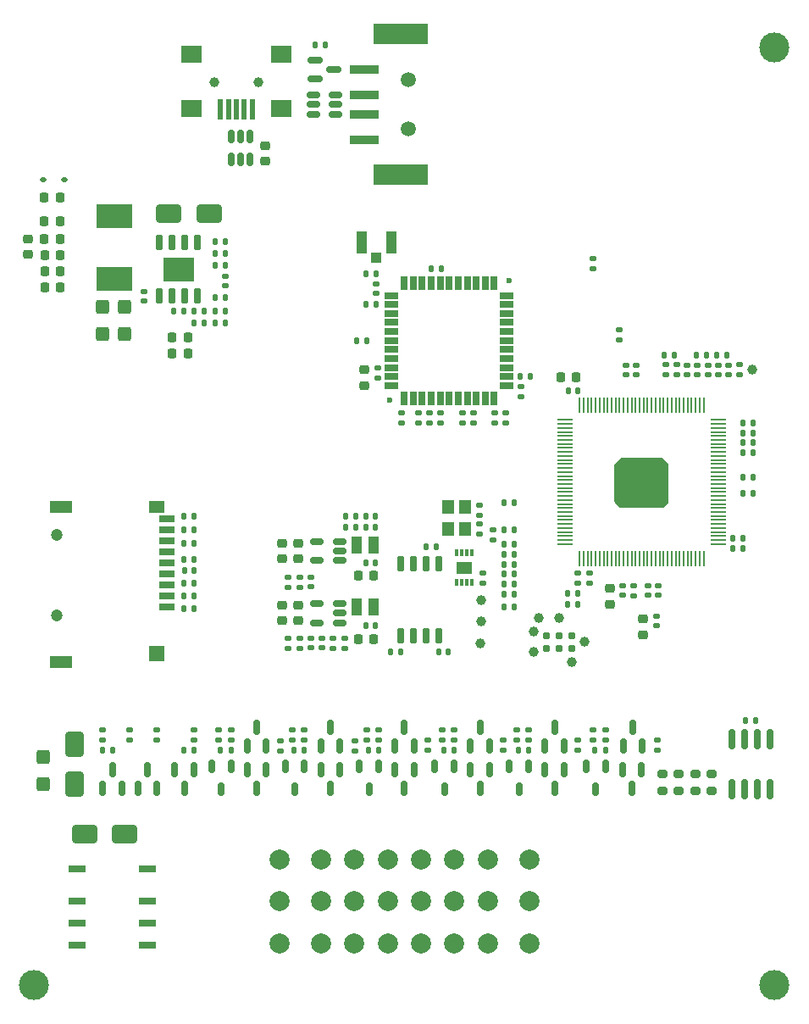
<source format=gbr>
%TF.GenerationSoftware,KiCad,Pcbnew,8.0.0*%
%TF.CreationDate,2024-03-14T10:46:30-06:00*%
%TF.ProjectId,underglow3,756e6465-7267-46c6-9f77-332e6b696361,rev?*%
%TF.SameCoordinates,Original*%
%TF.FileFunction,Soldermask,Top*%
%TF.FilePolarity,Negative*%
%FSLAX46Y46*%
G04 Gerber Fmt 4.6, Leading zero omitted, Abs format (unit mm)*
G04 Created by KiCad (PCBNEW 8.0.0) date 2024-03-14 10:46:30*
%MOMM*%
%LPD*%
G01*
G04 APERTURE LIST*
G04 Aperture macros list*
%AMRoundRect*
0 Rectangle with rounded corners*
0 $1 Rounding radius*
0 $2 $3 $4 $5 $6 $7 $8 $9 X,Y pos of 4 corners*
0 Add a 4 corners polygon primitive as box body*
4,1,4,$2,$3,$4,$5,$6,$7,$8,$9,$2,$3,0*
0 Add four circle primitives for the rounded corners*
1,1,$1+$1,$2,$3*
1,1,$1+$1,$4,$5*
1,1,$1+$1,$6,$7*
1,1,$1+$1,$8,$9*
0 Add four rect primitives between the rounded corners*
20,1,$1+$1,$2,$3,$4,$5,0*
20,1,$1+$1,$4,$5,$6,$7,0*
20,1,$1+$1,$6,$7,$8,$9,0*
20,1,$1+$1,$8,$9,$2,$3,0*%
G04 Aperture macros list end*
%ADD10RoundRect,0.135000X0.185000X-0.135000X0.185000X0.135000X-0.185000X0.135000X-0.185000X-0.135000X0*%
%ADD11RoundRect,0.135000X-0.135000X-0.185000X0.135000X-0.185000X0.135000X0.185000X-0.135000X0.185000X0*%
%ADD12C,1.500025*%
%ADD13R,3.000000X0.900000*%
%ADD14R,5.500000X2.050013*%
%ADD15RoundRect,0.140000X-0.140000X-0.170000X0.140000X-0.170000X0.140000X0.170000X-0.140000X0.170000X0*%
%ADD16RoundRect,0.150000X-0.150000X0.825000X-0.150000X-0.825000X0.150000X-0.825000X0.150000X0.825000X0*%
%ADD17RoundRect,0.150000X-0.150000X0.512500X-0.150000X-0.512500X0.150000X-0.512500X0.150000X0.512500X0*%
%ADD18RoundRect,0.250000X-0.650000X1.000000X-0.650000X-1.000000X0.650000X-1.000000X0.650000X1.000000X0*%
%ADD19RoundRect,0.140000X0.170000X-0.140000X0.170000X0.140000X-0.170000X0.140000X-0.170000X-0.140000X0*%
%ADD20RoundRect,0.225000X-0.250000X0.225000X-0.250000X-0.225000X0.250000X-0.225000X0.250000X0.225000X0*%
%ADD21RoundRect,0.150000X0.150000X-0.587500X0.150000X0.587500X-0.150000X0.587500X-0.150000X-0.587500X0*%
%ADD22RoundRect,0.150000X0.512500X0.150000X-0.512500X0.150000X-0.512500X-0.150000X0.512500X-0.150000X0*%
%ADD23RoundRect,0.135000X0.135000X0.185000X-0.135000X0.185000X-0.135000X-0.185000X0.135000X-0.185000X0*%
%ADD24RoundRect,0.150000X-0.587500X-0.150000X0.587500X-0.150000X0.587500X0.150000X-0.587500X0.150000X0*%
%ADD25RoundRect,0.140000X-0.170000X0.140000X-0.170000X-0.140000X0.170000X-0.140000X0.170000X0.140000X0*%
%ADD26RoundRect,0.150000X-0.150000X0.587500X-0.150000X-0.587500X0.150000X-0.587500X0.150000X0.587500X0*%
%ADD27RoundRect,0.135000X-0.185000X0.135000X-0.185000X-0.135000X0.185000X-0.135000X0.185000X0.135000X0*%
%ADD28RoundRect,0.140000X0.140000X0.170000X-0.140000X0.170000X-0.140000X-0.170000X0.140000X-0.170000X0*%
%ADD29RoundRect,0.200000X0.275000X-0.200000X0.275000X0.200000X-0.275000X0.200000X-0.275000X-0.200000X0*%
%ADD30RoundRect,0.225000X0.225000X0.250000X-0.225000X0.250000X-0.225000X-0.250000X0.225000X-0.250000X0*%
%ADD31RoundRect,0.062500X-0.675000X-0.062500X0.675000X-0.062500X0.675000X0.062500X-0.675000X0.062500X0*%
%ADD32RoundRect,0.062500X-0.062500X-0.675000X0.062500X-0.675000X0.062500X0.675000X-0.062500X0.675000X0*%
%ADD33RoundRect,0.381000X-0.762000X-0.381000X0.762000X-0.381000X0.762000X0.381000X-0.762000X0.381000X0*%
%ADD34RoundRect,0.218750X-0.218750X-0.256250X0.218750X-0.256250X0.218750X0.256250X-0.218750X0.256250X0*%
%ADD35C,3.000000*%
%ADD36C,1.000000*%
%ADD37RoundRect,0.150000X0.150000X-0.650000X0.150000X0.650000X-0.150000X0.650000X-0.150000X-0.650000X0*%
%ADD38R,3.100000X2.410000*%
%ADD39RoundRect,0.200000X-0.275000X0.200000X-0.275000X-0.200000X0.275000X-0.200000X0.275000X0.200000X0*%
%ADD40RoundRect,0.147500X0.147500X0.172500X-0.147500X0.172500X-0.147500X-0.172500X0.147500X-0.172500X0*%
%ADD41R,0.500000X2.000000*%
%ADD42R,2.000000X1.700000*%
%ADD43RoundRect,0.112500X-0.187500X-0.112500X0.187500X-0.112500X0.187500X0.112500X-0.187500X0.112500X0*%
%ADD44RoundRect,0.225000X-0.225000X-0.250000X0.225000X-0.250000X0.225000X0.250000X-0.225000X0.250000X0*%
%ADD45R,1.200000X1.400000*%
%ADD46RoundRect,0.250000X-1.000000X-0.650000X1.000000X-0.650000X1.000000X0.650000X-1.000000X0.650000X0*%
%ADD47R,1.800000X0.800000*%
%ADD48C,2.000000*%
%ADD49RoundRect,0.250000X-0.425000X0.450000X-0.425000X-0.450000X0.425000X-0.450000X0.425000X0.450000X0*%
%ADD50RoundRect,0.147500X-0.172500X0.147500X-0.172500X-0.147500X0.172500X-0.147500X0.172500X0.147500X0*%
%ADD51R,1.000000X1.050013*%
%ADD52R,1.050013X2.200000*%
%ADD53RoundRect,0.050000X-0.650000X-0.250000X0.650000X-0.250000X0.650000X0.250000X-0.650000X0.250000X0*%
%ADD54RoundRect,0.050000X0.250000X-0.650000X0.250000X0.650000X-0.250000X0.650000X-0.250000X-0.650000X0*%
%ADD55RoundRect,0.050000X0.650000X0.250000X-0.650000X0.250000X-0.650000X-0.250000X0.650000X-0.250000X0*%
%ADD56RoundRect,0.050000X-0.250000X0.650000X-0.250000X-0.650000X0.250000X-0.650000X0.250000X0.650000X0*%
%ADD57C,0.600000*%
%ADD58R,0.300000X0.750000*%
%ADD59R,1.500000X1.300000*%
%ADD60RoundRect,0.250000X0.425000X-0.450000X0.425000X0.450000X-0.425000X0.450000X-0.425000X-0.450000X0*%
%ADD61RoundRect,0.225000X0.250000X-0.225000X0.250000X0.225000X-0.250000X0.225000X-0.250000X-0.225000X0*%
%ADD62R,1.000000X1.720015*%
%ADD63C,0.990600*%
%ADD64C,0.787400*%
%ADD65RoundRect,0.150000X-0.150000X0.650000X-0.150000X-0.650000X0.150000X-0.650000X0.150000X0.650000X0*%
%ADD66R,3.620015X2.424003*%
%ADD67RoundRect,0.218750X0.218750X0.256250X-0.218750X0.256250X-0.218750X-0.256250X0.218750X-0.256250X0*%
%ADD68C,1.200000*%
%ADD69R,1.600000X0.700000*%
%ADD70R,1.500000X1.200000*%
%ADD71R,2.200000X1.200000*%
%ADD72R,1.500000X1.600000*%
G04 APERTURE END LIST*
D10*
%TO.C,R332*%
X39325000Y23410000D03*
X39325000Y24429998D03*
%TD*%
D11*
%TO.C,R324*%
X56050000Y23410000D03*
X57070000Y23410000D03*
%TD*%
%TO.C,R203*%
X35569798Y33205051D03*
X36589796Y33205051D03*
%TD*%
D12*
%TO.C,J302*%
X37375057Y85449911D03*
X37375057Y90350089D03*
D13*
X32975005Y84400127D03*
X32975006Y86900000D03*
X32975006Y88900000D03*
X32975005Y91399873D03*
D14*
X36624994Y80874854D03*
X36624994Y94925146D03*
%TD*%
D15*
%TO.C,C202*%
X40399795Y33205051D03*
X41359795Y33205051D03*
%TD*%
D11*
%TO.C,R428*%
X31145232Y45687519D03*
X32165230Y45687519D03*
%TD*%
D16*
%TO.C,U405*%
X73505000Y24475000D03*
X72235000Y24475000D03*
X70965000Y24475000D03*
X69695000Y24475000D03*
X69695000Y19525000D03*
X70965000Y19525000D03*
X72235000Y19525000D03*
X73505000Y19525000D03*
%TD*%
D17*
%TO.C,Q309*%
X41949998Y21805000D03*
X40050000Y21805000D03*
X40999999Y19530000D03*
%TD*%
D18*
%TO.C,D304*%
X4000000Y24000002D03*
X4000000Y20000000D03*
%TD*%
D19*
%TO.C,C417*%
X46000000Y56110001D03*
X46000000Y57070001D03*
%TD*%
D20*
%TO.C,C213*%
X57537060Y39550051D03*
X57537060Y38000051D03*
%TD*%
D21*
%TO.C,Q312*%
X10338128Y19600001D03*
X12238128Y19600001D03*
X11288128Y21475002D03*
%TD*%
D22*
%TO.C,U403*%
X30537728Y36137524D03*
X30537728Y37087523D03*
X30537728Y38037522D03*
X28262728Y38037522D03*
X28262728Y36137524D03*
%TD*%
D10*
%TO.C,R419*%
X31000228Y33587522D03*
X31000228Y34607520D03*
%TD*%
D23*
%TO.C,C218*%
X47959794Y42992051D03*
X46939796Y42992051D03*
%TD*%
D15*
%TO.C,C205*%
X46969795Y45400051D03*
X47929795Y45400051D03*
%TD*%
D10*
%TO.C,R214*%
X54279975Y40090052D03*
X54279975Y41110050D03*
%TD*%
%TO.C,R455*%
X39509999Y56080002D03*
X39509999Y57100000D03*
%TD*%
D21*
%TO.C,Q313*%
X21300000Y23810000D03*
X23200000Y23810000D03*
X22250000Y25685001D03*
%TD*%
D24*
%TO.C,Q322*%
X28062500Y92350000D03*
X28062500Y90450000D03*
X29937501Y91400000D03*
%TD*%
D10*
%TO.C,R329*%
X25800000Y24410000D03*
X25800000Y25429998D03*
%TD*%
D25*
%TO.C,C211*%
X58829795Y39825051D03*
X58829795Y38865051D03*
%TD*%
D15*
%TO.C,C305*%
X18120000Y68649337D03*
X19080000Y68649337D03*
%TD*%
D26*
%TO.C,Q306*%
X52950000Y21475001D03*
X51050000Y21475001D03*
X52000000Y19600000D03*
%TD*%
D10*
%TO.C,R453*%
X43909999Y56080002D03*
X43909999Y57100000D03*
%TD*%
D23*
%TO.C,R220*%
X15983536Y37550064D03*
X14963538Y37550064D03*
%TD*%
%TO.C,R315*%
X19109999Y73049337D03*
X18090001Y73049337D03*
%TD*%
D10*
%TO.C,R328*%
X18450000Y24410000D03*
X18450000Y25429998D03*
%TD*%
D23*
%TO.C,R215*%
X64009999Y62900000D03*
X62990001Y62900000D03*
%TD*%
D27*
%TO.C,R207*%
X59879924Y39855050D03*
X59879924Y38835052D03*
%TD*%
D19*
%TO.C,C210*%
X68369788Y60920051D03*
X68369788Y61880051D03*
%TD*%
D11*
%TO.C,R202*%
X14963538Y42450064D03*
X15983536Y42450064D03*
%TD*%
D10*
%TO.C,R301*%
X24575000Y23347501D03*
X24575000Y24367499D03*
%TD*%
D28*
%TO.C,C236*%
X54319975Y59300051D03*
X53359975Y59300051D03*
%TD*%
D15*
%TO.C,C201*%
X14993537Y41350064D03*
X15953537Y41350064D03*
%TD*%
D23*
%TO.C,R221*%
X15983536Y38820064D03*
X14963538Y38820064D03*
%TD*%
D29*
%TO.C,R311*%
X62800000Y19350000D03*
X62800000Y21000000D03*
%TD*%
D27*
%TO.C,R415*%
X25400228Y40709999D03*
X25400228Y39690001D03*
%TD*%
D25*
%TO.C,C413*%
X28754228Y34577521D03*
X28754228Y33617521D03*
%TD*%
D23*
%TO.C,R204*%
X15983536Y46750064D03*
X14963538Y46750064D03*
%TD*%
D17*
%TO.C,U303*%
X21549999Y84737500D03*
X20600000Y84737500D03*
X19650001Y84737500D03*
X19650001Y82462500D03*
X20600000Y82462500D03*
X21549999Y82462500D03*
%TD*%
D10*
%TO.C,C224*%
X70459687Y60890052D03*
X70459687Y61910050D03*
%TD*%
D26*
%TO.C,Q317*%
X30550000Y21475001D03*
X28650000Y21475001D03*
X29600000Y19600000D03*
%TD*%
%TO.C,Q305*%
X45499999Y21475001D03*
X43599999Y21475001D03*
X44549999Y19600000D03*
%TD*%
D21*
%TO.C,Q304*%
X58870001Y23810000D03*
X60770001Y23810000D03*
X59820001Y25685001D03*
%TD*%
D30*
%TO.C,C308*%
X2575000Y69649337D03*
X1025000Y69649337D03*
%TD*%
D19*
%TO.C,C215*%
X60149819Y60900052D03*
X60149819Y61860052D03*
%TD*%
D31*
%TO.C,U201*%
X53037500Y56400000D03*
X53037500Y56000000D03*
X53037500Y55600000D03*
X53037500Y55200000D03*
X53037500Y54800000D03*
X53037500Y54400000D03*
X53037500Y54000000D03*
X53037500Y53600000D03*
X53037500Y53200000D03*
X53037500Y52800000D03*
X53037500Y52400000D03*
X53037500Y52000000D03*
X53037500Y51600000D03*
X53037500Y51200000D03*
X53037500Y50800000D03*
X53037500Y50400000D03*
X53037500Y50000000D03*
X53037500Y49600000D03*
X53037500Y49200000D03*
X53037500Y48800000D03*
X53037500Y48400000D03*
X53037500Y48000000D03*
X53037500Y47600000D03*
X53037500Y47200000D03*
X53037500Y46800000D03*
X53037500Y46400000D03*
X53037500Y46000000D03*
X53037500Y45600000D03*
X53037500Y45200000D03*
X53037500Y44800000D03*
X53037500Y44400000D03*
X53037500Y44000000D03*
D32*
X54500000Y42537500D03*
X54900000Y42537500D03*
X55300000Y42537500D03*
X55700000Y42537500D03*
X56100000Y42537500D03*
X56500000Y42537500D03*
X56900000Y42537500D03*
X57300000Y42537500D03*
X57700000Y42537500D03*
X58100000Y42537500D03*
X58500000Y42537500D03*
X58900000Y42537500D03*
X59300000Y42537500D03*
X59700000Y42537500D03*
X60100000Y42537500D03*
X60500000Y42537500D03*
X60900000Y42537500D03*
X61300000Y42537500D03*
X61700000Y42537500D03*
X62100000Y42537500D03*
X62500000Y42537500D03*
X62900000Y42537500D03*
X63300000Y42537500D03*
X63700000Y42537500D03*
X64100000Y42537500D03*
X64500000Y42537500D03*
X64900000Y42537500D03*
X65300000Y42537500D03*
X65700000Y42537500D03*
X66100000Y42537500D03*
X66500000Y42537500D03*
X66900000Y42537500D03*
D31*
X68362500Y44000000D03*
X68362500Y44400000D03*
X68362500Y44800000D03*
X68362500Y45200000D03*
X68362500Y45600000D03*
X68362500Y46000000D03*
X68362500Y46400000D03*
X68362500Y46800000D03*
X68362500Y47200000D03*
X68362500Y47600000D03*
X68362500Y48000000D03*
X68362500Y48400000D03*
X68362500Y48800000D03*
X68362500Y49200000D03*
X68362500Y49600000D03*
X68362500Y50000000D03*
X68362500Y50400000D03*
X68362500Y50800000D03*
X68362500Y51200000D03*
X68362500Y51600000D03*
X68362500Y52000000D03*
X68362500Y52400000D03*
X68362500Y52800000D03*
X68362500Y53200000D03*
X68362500Y53600000D03*
X68362500Y54000000D03*
X68362500Y54400000D03*
X68362500Y54800000D03*
X68362500Y55200000D03*
X68362500Y55600000D03*
X68362500Y56000000D03*
X68362500Y56400000D03*
D32*
X66900000Y57862500D03*
X66500000Y57862500D03*
X66100000Y57862500D03*
X65700000Y57862500D03*
X65300000Y57862500D03*
X64900000Y57862500D03*
X64500000Y57862500D03*
X64100000Y57862500D03*
X63700000Y57862500D03*
X63300000Y57862500D03*
X62900000Y57862500D03*
X62500000Y57862500D03*
X62100000Y57862500D03*
X61700000Y57862500D03*
X61300000Y57862500D03*
X60900000Y57862500D03*
X60500000Y57862500D03*
X60100000Y57862500D03*
X59700000Y57862500D03*
X59300000Y57862500D03*
X58900000Y57862500D03*
X58500000Y57862500D03*
X58100000Y57862500D03*
X57700000Y57862500D03*
X57300000Y57862500D03*
X56900000Y57862500D03*
X56500000Y57862500D03*
X56100000Y57862500D03*
X55700000Y57862500D03*
X55300000Y57862500D03*
X54900000Y57862500D03*
X54500000Y57862500D03*
D33*
X60700000Y50200000D03*
%TD*%
D29*
%TO.C,R307*%
X66060000Y19350000D03*
X66060000Y21000000D03*
%TD*%
D27*
%TO.C,R436*%
X41949998Y25429998D03*
X41949998Y24410000D03*
%TD*%
D10*
%TO.C,R418*%
X29872228Y33587522D03*
X29872228Y34607520D03*
%TD*%
D11*
%TO.C,R334*%
X33379999Y23410000D03*
X34399999Y23410000D03*
%TD*%
D10*
%TO.C,R411*%
X57070000Y24410000D03*
X57070000Y25429998D03*
%TD*%
D20*
%TO.C,C409*%
X26400228Y37887522D03*
X26400228Y36337522D03*
%TD*%
D34*
%TO.C,FB302*%
X1012499Y76249337D03*
X2587501Y76249337D03*
%TD*%
D23*
%TO.C,R216*%
X71849793Y55111728D03*
X70829795Y55111728D03*
%TD*%
D35*
%TO.C,REF\u002A\u002A*%
X74000000Y0D03*
%TD*%
D36*
%TO.C,TP214*%
X44629795Y38400051D03*
%TD*%
D23*
%TO.C,R306*%
X15950000Y23410000D03*
X14930002Y23410000D03*
%TD*%
D19*
%TO.C,C405*%
X27636228Y39720000D03*
X27636228Y40680000D03*
%TD*%
D20*
%TO.C,C429*%
X33000000Y61400000D03*
X33000000Y59850000D03*
%TD*%
D11*
%TO.C,R460*%
X32190001Y64325000D03*
X33209999Y64325000D03*
%TD*%
D26*
%TO.C,Q301*%
X15950000Y21475001D03*
X14050000Y21475001D03*
X15000000Y19600000D03*
%TD*%
D27*
%TO.C,R212*%
X63150311Y61909999D03*
X63150311Y60890001D03*
%TD*%
D37*
%TO.C,U301*%
X12495001Y68799337D03*
X13765000Y68799337D03*
X15035000Y68799337D03*
X16304999Y68799337D03*
X16304999Y74099337D03*
X15035000Y74099337D03*
X13765000Y74099337D03*
X12495001Y74099337D03*
D38*
X14400000Y71449337D03*
%TD*%
D27*
%TO.C,R446*%
X6849372Y25429998D03*
X6849372Y24410000D03*
%TD*%
D10*
%TO.C,R318*%
X55870001Y24410000D03*
X55870001Y25429998D03*
%TD*%
D20*
%TO.C,C228*%
X60850025Y36500051D03*
X60850025Y34950051D03*
%TD*%
D15*
%TO.C,C212*%
X70849795Y50700051D03*
X71809795Y50700051D03*
%TD*%
D35*
%TO.C,REF\u002A\u002A*%
X0Y0D03*
%TD*%
D11*
%TO.C,R217*%
X46939796Y37700051D03*
X47959794Y37700051D03*
%TD*%
D20*
%TO.C,C408*%
X24800228Y37887522D03*
X24800228Y36337522D03*
%TD*%
D39*
%TO.C,R312*%
X64430000Y21000000D03*
X64430000Y19350000D03*
%TD*%
D27*
%TO.C,R327*%
X12238128Y25429998D03*
X12238128Y24410000D03*
%TD*%
D40*
%TO.C,D409*%
X34105000Y45687519D03*
X33135000Y45687519D03*
%TD*%
D36*
%TO.C,J404*%
X22400000Y90100000D03*
X18000000Y90100000D03*
D41*
X21800000Y87400000D03*
X21000000Y87400000D03*
X20200000Y87400000D03*
X19400000Y87400000D03*
X18600000Y87400000D03*
D42*
X24650000Y87500000D03*
X24650000Y92950000D03*
X15750000Y87500000D03*
X15750000Y92950000D03*
%TD*%
D43*
%TO.C,D405*%
X900000Y80400000D03*
X3000000Y80400000D03*
%TD*%
D44*
%TO.C,C303*%
X13800000Y63049337D03*
X15350000Y63049337D03*
%TD*%
D19*
%TO.C,C226*%
X65249947Y60920051D03*
X65249947Y61880051D03*
%TD*%
%TO.C,C204*%
X44529795Y46900051D03*
X44529795Y47860051D03*
%TD*%
D45*
%TO.C,Y201*%
X41379795Y47700051D03*
X41379795Y45500051D03*
X43079795Y45500051D03*
X43079795Y47700051D03*
%TD*%
D23*
%TO.C,R201*%
X15983536Y45400064D03*
X14963538Y45400064D03*
%TD*%
%TO.C,R459*%
X40709999Y71500000D03*
X39690001Y71500000D03*
%TD*%
D27*
%TO.C,R435*%
X49399999Y25429998D03*
X49399999Y24410000D03*
%TD*%
D10*
%TO.C,R454*%
X38409999Y56080002D03*
X38409999Y57100000D03*
%TD*%
%TO.C,R330*%
X33200000Y24410000D03*
X33200000Y25429998D03*
%TD*%
D21*
%TO.C,Q314*%
X28650000Y23810000D03*
X30550000Y23810000D03*
X29600000Y25685001D03*
%TD*%
%TO.C,Q308*%
X6849372Y19600001D03*
X8749372Y19600001D03*
X7799372Y21475002D03*
%TD*%
%TO.C,Q302*%
X43599999Y23810000D03*
X45499999Y23810000D03*
X44549999Y25685001D03*
%TD*%
D23*
%TO.C,R222*%
X15983536Y40050064D03*
X14963538Y40050064D03*
%TD*%
D46*
%TO.C,D305*%
X4999999Y15000000D03*
X9000001Y15000000D03*
%TD*%
D10*
%TO.C,R452*%
X42809999Y56080002D03*
X42809999Y57100000D03*
%TD*%
D39*
%TO.C,R308*%
X67690001Y21000000D03*
X67690001Y19350000D03*
%TD*%
D47*
%TO.C,K301*%
X4277500Y11550000D03*
X4277500Y8350000D03*
X4277500Y6150000D03*
X4277500Y3950000D03*
X11277500Y3950000D03*
X11277500Y6150000D03*
X11277500Y8350000D03*
X11277500Y11550000D03*
%TD*%
D48*
%TO.C,J301*%
X49475000Y12500000D03*
X45325000Y12500000D03*
X41995000Y12500000D03*
X38665000Y12500000D03*
X35335000Y12500000D03*
X32005000Y12500000D03*
X28675000Y12500000D03*
X24525000Y12500000D03*
X49475000Y8300000D03*
X45325000Y8300000D03*
X41995000Y8300000D03*
X38665000Y8300000D03*
X35335000Y8300000D03*
X32005000Y8300000D03*
X28675000Y8300000D03*
X24525000Y8300000D03*
X49475000Y4100000D03*
X45325000Y4100000D03*
X41995000Y4100000D03*
X38665000Y4100000D03*
X35335000Y4100000D03*
X32005000Y4100000D03*
X28675000Y4100000D03*
X24525000Y4100000D03*
%TD*%
D11*
%TO.C,R206*%
X39129796Y43705051D03*
X40149794Y43705051D03*
%TD*%
D49*
%TO.C,C314*%
X6799999Y67700000D03*
X6799999Y65000000D03*
%TD*%
D25*
%TO.C,C235*%
X62329795Y39825051D03*
X62329795Y38865051D03*
%TD*%
D11*
%TO.C,R208*%
X68239564Y62900051D03*
X69259562Y62900051D03*
%TD*%
D27*
%TO.C,R461*%
X47100000Y57100000D03*
X47100000Y56080002D03*
%TD*%
D25*
%TO.C,C231*%
X61329795Y39825051D03*
X61329795Y38865051D03*
%TD*%
D10*
%TO.C,R317*%
X48200000Y24410000D03*
X48200000Y25429998D03*
%TD*%
D50*
%TO.C,L405*%
X34200000Y70000000D03*
X34200000Y69030000D03*
%TD*%
D23*
%TO.C,C219*%
X47959794Y41990051D03*
X46939796Y41990051D03*
%TD*%
D11*
%TO.C,C301*%
X16000000Y67249338D03*
X17019998Y67249338D03*
%TD*%
D23*
%TO.C,R210*%
X47959794Y40988051D03*
X46939796Y40988051D03*
%TD*%
D17*
%TO.C,Q311*%
X57070000Y21805000D03*
X55170002Y21805000D03*
X56120001Y19530000D03*
%TD*%
D11*
%TO.C,R313*%
X18090001Y71849337D03*
X19109999Y71849337D03*
%TD*%
D19*
%TO.C,C304*%
X11000000Y68279337D03*
X11000000Y69239337D03*
%TD*%
D30*
%TO.C,C412*%
X33950000Y34500000D03*
X32400000Y34500000D03*
%TD*%
D27*
%TO.C,R417*%
X25400228Y34607520D03*
X25400228Y33587522D03*
%TD*%
D23*
%TO.C,C217*%
X47959794Y44000051D03*
X46939796Y44000051D03*
%TD*%
D11*
%TO.C,R322*%
X40930000Y23410000D03*
X41949998Y23410000D03*
%TD*%
%TO.C,R323*%
X48380001Y23410000D03*
X49399999Y23410000D03*
%TD*%
D17*
%TO.C,Q320*%
X26999999Y21805000D03*
X25100001Y21805000D03*
X26050000Y19530000D03*
%TD*%
D36*
%TO.C,TP213*%
X44629795Y36300051D03*
%TD*%
D15*
%TO.C,C222*%
X70849795Y49100051D03*
X71809795Y49100051D03*
%TD*%
D11*
%TO.C,R303*%
X28052501Y93850000D03*
X29072499Y93850000D03*
%TD*%
D51*
%TO.C,ANT401*%
X34200000Y72637490D03*
D52*
X35674981Y74162510D03*
X32725019Y74162510D03*
%TD*%
D30*
%TO.C,C407*%
X33950000Y40857501D03*
X32400000Y40857501D03*
%TD*%
D23*
%TO.C,R457*%
X49609999Y60725000D03*
X48590001Y60725000D03*
%TD*%
D10*
%TO.C,R320*%
X54325000Y23410000D03*
X54325000Y24429998D03*
%TD*%
D17*
%TO.C,Q310*%
X49399999Y21805000D03*
X47500001Y21805000D03*
X48450000Y19530000D03*
%TD*%
D10*
%TO.C,R319*%
X46874999Y23410000D03*
X46874999Y24429998D03*
%TD*%
D53*
%TO.C,U401*%
X35697170Y68825000D03*
X35697170Y67925000D03*
X35697170Y67025000D03*
X35697170Y66125000D03*
X35697170Y65225000D03*
X35697170Y64325000D03*
X35697170Y63425000D03*
X35697170Y62525000D03*
X35697170Y61625000D03*
X35697170Y60725000D03*
X35697170Y59825000D03*
D54*
X36972170Y58550000D03*
X37872170Y58550000D03*
X38772170Y58550000D03*
X39672170Y58550000D03*
X40572170Y58550000D03*
X41472170Y58550000D03*
X42372170Y58550000D03*
X43272170Y58550000D03*
X44172170Y58550000D03*
X45072170Y58550000D03*
X45972170Y58550000D03*
D55*
X47247170Y59825000D03*
X47247170Y60725000D03*
X47247170Y61625000D03*
X47247170Y62525000D03*
X47247170Y63425000D03*
X47247170Y64325000D03*
X47247170Y65225000D03*
X47247170Y66125000D03*
X47247170Y67025000D03*
X47247170Y67925000D03*
X47247170Y68825000D03*
D56*
X45972170Y70100000D03*
X45072170Y70100000D03*
X44172170Y70100000D03*
X43272170Y70100000D03*
X42372170Y70100000D03*
X41472170Y70100000D03*
X40572170Y70100000D03*
X39672170Y70100000D03*
X38772170Y70100000D03*
X37872170Y70100000D03*
X36972170Y70100000D03*
D57*
X35503170Y58356000D03*
X47441170Y70294000D03*
%TD*%
D20*
%TO.C,C404*%
X26400228Y44087519D03*
X26400228Y42537519D03*
%TD*%
D28*
%TO.C,C232*%
X47929795Y48140000D03*
X46969795Y48140000D03*
%TD*%
D36*
%TO.C,TP*%
X53700000Y32200000D03*
%TD*%
D11*
%TO.C,R309*%
X18090001Y67249337D03*
X19109999Y67249337D03*
%TD*%
D10*
%TO.C,R316*%
X40749999Y24410000D03*
X40749999Y25429998D03*
%TD*%
D19*
%TO.C,C206*%
X66289894Y60920051D03*
X66289894Y61880051D03*
%TD*%
D30*
%TO.C,C309*%
X2575000Y71249337D03*
X1025000Y71249337D03*
%TD*%
D27*
%TO.C,R213*%
X55519822Y41110050D03*
X55519822Y40090052D03*
%TD*%
D23*
%TO.C,R310*%
X19109999Y66049337D03*
X18090001Y66049337D03*
%TD*%
D10*
%TO.C,R430*%
X34399999Y24410000D03*
X34399999Y25429998D03*
%TD*%
D17*
%TO.C,Q319*%
X19649999Y21805000D03*
X17750001Y21805000D03*
X18700000Y19530000D03*
%TD*%
D10*
%TO.C,R205*%
X45849795Y44380053D03*
X45849795Y45400051D03*
%TD*%
D20*
%TO.C,C311*%
X-600000Y74500000D03*
X-600000Y72950000D03*
%TD*%
D58*
%TO.C,U203*%
X43729795Y43100000D03*
X43229795Y43100000D03*
X42729795Y43100000D03*
X42229795Y43100000D03*
X42229795Y40200000D03*
X42729795Y40200000D03*
X43229795Y40200000D03*
X43729795Y40200000D03*
D59*
X42979795Y41650000D03*
%TD*%
D26*
%TO.C,Q307*%
X60700000Y21475001D03*
X58800000Y21475001D03*
X59750000Y19600000D03*
%TD*%
D60*
%TO.C,C315*%
X852730Y20056590D03*
X852730Y22756590D03*
%TD*%
D23*
%TO.C,R211*%
X54329975Y39100051D03*
X53309977Y39100051D03*
%TD*%
D10*
%TO.C,R414*%
X26518228Y39690001D03*
X26518228Y40709999D03*
%TD*%
%TO.C,R321*%
X62270001Y23410000D03*
X62270001Y24429998D03*
%TD*%
%TO.C,R331*%
X32070000Y23357501D03*
X32070000Y24377499D03*
%TD*%
D46*
%TO.C,D306*%
X13445001Y77040017D03*
X17445003Y77040017D03*
%TD*%
D26*
%TO.C,Q316*%
X23200000Y21475001D03*
X21300000Y21475001D03*
X22250000Y19600000D03*
%TD*%
D36*
%TO.C,TP219*%
X71800000Y61400000D03*
%TD*%
D40*
%TO.C,D408*%
X34105000Y46800000D03*
X33135000Y46800000D03*
%TD*%
D21*
%TO.C,Q303*%
X51050000Y23810000D03*
X52950000Y23810000D03*
X52000000Y25685001D03*
%TD*%
D11*
%TO.C,C233*%
X70829795Y53100051D03*
X71849793Y53100051D03*
%TD*%
D20*
%TO.C,C403*%
X24800228Y44087519D03*
X24800228Y42537519D03*
%TD*%
D22*
%TO.C,U402*%
X30537728Y42337520D03*
X30537728Y43287519D03*
X30537728Y44237518D03*
X28262728Y44237518D03*
X28262728Y42337520D03*
%TD*%
D10*
%TO.C,R434*%
X26999999Y24410000D03*
X26999999Y25429998D03*
%TD*%
D27*
%TO.C,C401*%
X34300000Y61634999D03*
X34300000Y60615001D03*
%TD*%
D61*
%TO.C,C312*%
X23100000Y82225000D03*
X23100000Y83775000D03*
%TD*%
D10*
%TO.C,R408*%
X19649999Y24410000D03*
X19649999Y25429998D03*
%TD*%
D15*
%TO.C,C220*%
X69829795Y43600051D03*
X70789795Y43600051D03*
%TD*%
D11*
%TO.C,C230*%
X46939796Y39986051D03*
X47959794Y39986051D03*
%TD*%
D25*
%TO.C,C203*%
X44529795Y46000051D03*
X44529795Y45040051D03*
%TD*%
D62*
%TO.C,L401*%
X32200228Y43887522D03*
X33900000Y43887522D03*
%TD*%
D19*
%TO.C,C223*%
X69409735Y60920051D03*
X69409735Y61880051D03*
%TD*%
D27*
%TO.C,R223*%
X58500000Y65409999D03*
X58500000Y64390001D03*
%TD*%
D63*
%TO.C,J202*%
X54999795Y34235000D03*
X49919795Y33219000D03*
X49919795Y35251000D03*
D64*
X53729795Y34870000D03*
X53729795Y33600000D03*
X52459795Y34870000D03*
X52459795Y33600000D03*
X51189795Y34870000D03*
X51189795Y33600000D03*
%TD*%
D15*
%TO.C,C426*%
X71120000Y26400000D03*
X72080000Y26400000D03*
%TD*%
D11*
%TO.C,R302*%
X18630001Y23410000D03*
X19649999Y23410000D03*
%TD*%
D36*
%TO.C,TP215*%
X52429795Y36600051D03*
%TD*%
D44*
%TO.C,C302*%
X13800000Y64649337D03*
X15350000Y64649337D03*
%TD*%
D65*
%TO.C,U202*%
X40399795Y42000051D03*
X39129795Y42000051D03*
X37859795Y42000051D03*
X36589795Y42000051D03*
X36589795Y34800051D03*
X37859795Y34800051D03*
X39129795Y34800051D03*
X40399795Y34800051D03*
%TD*%
D11*
%TO.C,R333*%
X25979999Y23410000D03*
X26999999Y23410000D03*
%TD*%
%TO.C,R427*%
X31145231Y46800000D03*
X32165231Y46800000D03*
%TD*%
D66*
%TO.C,L301*%
X8000000Y76728016D03*
X8000000Y70471984D03*
%TD*%
D23*
%TO.C,R314*%
X19109999Y74249337D03*
X18090001Y74249337D03*
%TD*%
D34*
%TO.C,FB403*%
X1012499Y78600000D03*
X2587501Y78600000D03*
%TD*%
D30*
%TO.C,C237*%
X54149975Y60652536D03*
X52599975Y60652536D03*
%TD*%
D11*
%TO.C,R304*%
X13890001Y67249337D03*
X14909999Y67249337D03*
%TD*%
D27*
%TO.C,R458*%
X48640000Y59709999D03*
X48640000Y58690001D03*
%TD*%
D25*
%TO.C,C306*%
X19080000Y70729337D03*
X19080000Y69769337D03*
%TD*%
D27*
%TO.C,R402*%
X15950000Y25429998D03*
X15950000Y24410000D03*
%TD*%
D26*
%TO.C,Q318*%
X37950000Y21475001D03*
X36050000Y21475001D03*
X37000000Y19600000D03*
%TD*%
D27*
%TO.C,R326*%
X9543750Y25429998D03*
X9543750Y24410000D03*
%TD*%
D15*
%TO.C,C221*%
X69849795Y44609950D03*
X70809795Y44609950D03*
%TD*%
D10*
%TO.C,R450*%
X36700000Y56080002D03*
X36700000Y57100000D03*
%TD*%
%TO.C,R451*%
X40609999Y56080002D03*
X40609999Y57100000D03*
%TD*%
D15*
%TO.C,C227*%
X53339976Y38000051D03*
X54299976Y38000051D03*
%TD*%
D10*
%TO.C,R416*%
X26518228Y33587522D03*
X26518228Y34607520D03*
%TD*%
D62*
%TO.C,L402*%
X32200228Y37687522D03*
X33900000Y37687522D03*
%TD*%
D19*
%TO.C,C209*%
X67329841Y60920051D03*
X67329841Y61880051D03*
%TD*%
D49*
%TO.C,C313*%
X9000000Y67700000D03*
X9000000Y65000000D03*
%TD*%
D11*
%TO.C,C207*%
X70829795Y54105890D03*
X71849793Y54105890D03*
%TD*%
D10*
%TO.C,C225*%
X64200000Y60890052D03*
X64200000Y61910050D03*
%TD*%
D36*
%TO.C,TP216*%
X50429795Y36600051D03*
%TD*%
D11*
%TO.C,R218*%
X46939796Y39000051D03*
X47959794Y39000051D03*
%TD*%
%TO.C,R305*%
X15999999Y66049337D03*
X17019997Y66049337D03*
%TD*%
D36*
%TO.C,TP*%
X44600000Y34100000D03*
%TD*%
D17*
%TO.C,Q321*%
X34399999Y21805000D03*
X32500001Y21805000D03*
X33450000Y19530000D03*
%TD*%
D67*
%TO.C,L302*%
X2562501Y74449337D03*
X987499Y74449337D03*
%TD*%
D23*
%TO.C,R209*%
X67149563Y62900051D03*
X66129565Y62900051D03*
%TD*%
D21*
%TO.C,Q315*%
X36050000Y23810000D03*
X37950000Y23810000D03*
X37000000Y25685001D03*
%TD*%
D27*
%TO.C,R456*%
X55800000Y72519998D03*
X55800000Y71500000D03*
%TD*%
D23*
%TO.C,C428*%
X34200000Y71005001D03*
X33180002Y71005001D03*
%TD*%
%TO.C,C427*%
X34200000Y67925000D03*
X33180002Y67925000D03*
%TD*%
D11*
%TO.C,R325*%
X6849372Y23410000D03*
X7869370Y23410000D03*
%TD*%
D19*
%TO.C,C234*%
X44804795Y40105000D03*
X44804795Y41065000D03*
%TD*%
D23*
%TO.C,R219*%
X15983536Y44050064D03*
X14963538Y44050064D03*
%TD*%
D28*
%TO.C,C406*%
X34120000Y42087519D03*
X33160000Y42087519D03*
%TD*%
D30*
%TO.C,C310*%
X2574999Y72849337D03*
X1024999Y72849337D03*
%TD*%
D22*
%TO.C,U302*%
X30136244Y86950001D03*
X30136244Y87900000D03*
X30136244Y88849999D03*
X27861244Y88849999D03*
X27861244Y87900000D03*
X27861244Y86950001D03*
%TD*%
D28*
%TO.C,C411*%
X34120000Y35887522D03*
X33160000Y35887522D03*
%TD*%
D11*
%TO.C,C208*%
X70829795Y56117566D03*
X71849793Y56117566D03*
%TD*%
D68*
%TO.C,J203*%
X2263513Y44900026D03*
X2263513Y36900026D03*
D69*
X13263513Y37699873D03*
X13263513Y38799950D03*
X13263513Y39900026D03*
X13263513Y41000102D03*
X13263513Y42099924D03*
X13263513Y43200000D03*
X13263513Y44300077D03*
X13263513Y45399899D03*
X13263513Y46499975D03*
D70*
X12263513Y47700128D03*
D71*
X2663563Y47700128D03*
X2663563Y32200000D03*
D72*
X12263513Y33099924D03*
%TD*%
D19*
%TO.C,C214*%
X59129795Y60900051D03*
X59129795Y61860051D03*
%TD*%
D25*
%TO.C,C229*%
X62150025Y36775051D03*
X62150025Y35815051D03*
%TD*%
D19*
%TO.C,C410*%
X27636228Y33617521D03*
X27636228Y34577521D03*
%TD*%
D35*
%TO.C,REF\u002A\u002A*%
X74000000Y93600000D03*
%TD*%
G36*
X62815677Y52580315D02*
G01*
X62836319Y52563681D01*
X63363681Y52036319D01*
X63397166Y51974996D01*
X63400000Y51948638D01*
X63400000Y48251362D01*
X63380315Y48184323D01*
X63363681Y48163681D01*
X62836319Y47636319D01*
X62774996Y47602834D01*
X62748638Y47600000D01*
X58651362Y47600000D01*
X58584323Y47619685D01*
X58563681Y47636319D01*
X58036319Y48163681D01*
X58002834Y48225004D01*
X58000000Y48251362D01*
X58000000Y51948638D01*
X58019685Y52015677D01*
X58036319Y52036319D01*
X58563681Y52563681D01*
X58625004Y52597166D01*
X58651362Y52600000D01*
X62748638Y52600000D01*
X62815677Y52580315D01*
G37*
M02*

</source>
